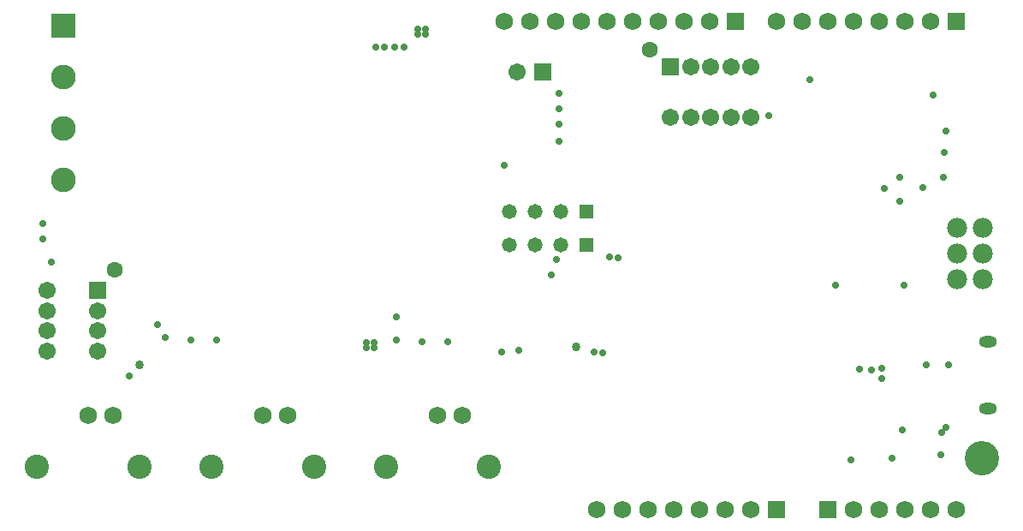
<source format=gbs>
G04 Layer_Color=16711935*
%FSLAX25Y25*%
%MOIN*%
G70*
G01*
G75*
%ADD94C,0.02800*%
%ADD95C,0.06312*%
%ADD96R,0.06706X0.06706*%
%ADD97C,0.06706*%
%ADD98R,0.09658X0.09658*%
%ADD99C,0.09658*%
%ADD100C,0.03400*%
%ADD101O,0.07099X0.04343*%
%ADD102C,0.07800*%
%ADD103R,0.06800X0.06800*%
%ADD104C,0.06800*%
%ADD105C,0.13398*%
%ADD106R,0.06706X0.06706*%
%ADD107C,0.05800*%
%ADD108R,0.05800X0.05800*%
%ADD109C,0.09461*%
D94*
X235000Y108500D02*
D03*
X238500Y108000D02*
D03*
X143500Y73000D02*
D03*
X140500D02*
D03*
Y75000D02*
D03*
X143500D02*
D03*
X366000Y157500D02*
D03*
X365500Y149000D02*
D03*
X348000Y139500D02*
D03*
X342000Y135000D02*
D03*
X361000Y171500D02*
D03*
X313000Y177500D02*
D03*
X14500Y121500D02*
D03*
Y115500D02*
D03*
X17750Y106250D02*
D03*
X48000Y62000D02*
D03*
X59000Y82000D02*
D03*
X82000Y76000D02*
D03*
X72000D02*
D03*
X62000Y77000D02*
D03*
X215500Y153500D02*
D03*
Y160000D02*
D03*
Y166000D02*
D03*
Y172000D02*
D03*
X194000Y144000D02*
D03*
X349787Y97500D02*
D03*
X323213D02*
D03*
X152000Y85000D02*
D03*
Y76000D02*
D03*
X229000Y71500D02*
D03*
X232500Y71000D02*
D03*
X199756Y72000D02*
D03*
X193000Y71500D02*
D03*
X329000Y29500D02*
D03*
X365000Y139500D02*
D03*
X357000Y135500D02*
D03*
X348000Y130000D02*
D03*
X358374Y66500D02*
D03*
X367000D02*
D03*
X366000Y42000D02*
D03*
X349000Y41000D02*
D03*
X364500Y40000D02*
D03*
X364000Y31500D02*
D03*
X345000Y30000D02*
D03*
X341000Y65000D02*
D03*
Y61000D02*
D03*
X332500Y64647D02*
D03*
X337000Y64500D02*
D03*
X155000Y190000D02*
D03*
X151500D02*
D03*
X147500D02*
D03*
X144000D02*
D03*
X163500Y197000D02*
D03*
X160500D02*
D03*
Y195000D02*
D03*
X163500D02*
D03*
X297000Y163500D02*
D03*
X212500Y101500D02*
D03*
X162000Y75500D02*
D03*
X172000D02*
D03*
X214500Y107500D02*
D03*
D95*
X42535Y103185D02*
D03*
X250878Y189035D02*
D03*
D96*
X35842Y95311D02*
D03*
D97*
Y87437D02*
D03*
Y79563D02*
D03*
Y71689D02*
D03*
X16158D02*
D03*
Y79563D02*
D03*
Y87437D02*
D03*
Y95311D02*
D03*
X199000Y180500D02*
D03*
X266626Y182343D02*
D03*
X274500D02*
D03*
X282374D02*
D03*
X290248D02*
D03*
X258752Y162657D02*
D03*
X266626D02*
D03*
X274500D02*
D03*
X282374D02*
D03*
X290248D02*
D03*
D98*
X22500Y198500D02*
D03*
D99*
Y178500D02*
D03*
Y158500D02*
D03*
Y138500D02*
D03*
D100*
X52000Y66500D02*
D03*
X222000Y73500D02*
D03*
D101*
X382531Y49508D02*
D03*
Y75492D02*
D03*
D102*
X370551Y119803D02*
D03*
X380551D02*
D03*
X370551Y109803D02*
D03*
X380551D02*
D03*
X370551Y99803D02*
D03*
X380551D02*
D03*
D103*
X320000Y10000D02*
D03*
X284000Y200000D02*
D03*
X370000D02*
D03*
X300000Y10000D02*
D03*
D104*
X330000D02*
D03*
X340000D02*
D03*
X350000D02*
D03*
X360000D02*
D03*
X370000D02*
D03*
X274000Y200000D02*
D03*
X264000D02*
D03*
X254000D02*
D03*
X244000D02*
D03*
X234000D02*
D03*
X224000D02*
D03*
X214000D02*
D03*
X204000D02*
D03*
X194000D02*
D03*
X340000D02*
D03*
X330000D02*
D03*
X320000D02*
D03*
X310000D02*
D03*
X300000D02*
D03*
X360000D02*
D03*
X350000D02*
D03*
X270000Y10000D02*
D03*
X260000D02*
D03*
X250000D02*
D03*
X240000D02*
D03*
X230000D02*
D03*
X290000D02*
D03*
X280000D02*
D03*
X109646Y46681D02*
D03*
X100000D02*
D03*
X168000D02*
D03*
X177646D02*
D03*
X41646D02*
D03*
X32000D02*
D03*
D105*
X380000Y30000D02*
D03*
D106*
X209000Y180500D02*
D03*
X258752Y182343D02*
D03*
D107*
X196000Y113000D02*
D03*
X206000D02*
D03*
X216000D02*
D03*
Y126000D02*
D03*
X206000D02*
D03*
X196000D02*
D03*
D108*
X226000Y113000D02*
D03*
Y126000D02*
D03*
D109*
X120000Y26681D02*
D03*
X80000D02*
D03*
X148000D02*
D03*
X188000D02*
D03*
X52000D02*
D03*
X12000D02*
D03*
M02*

</source>
